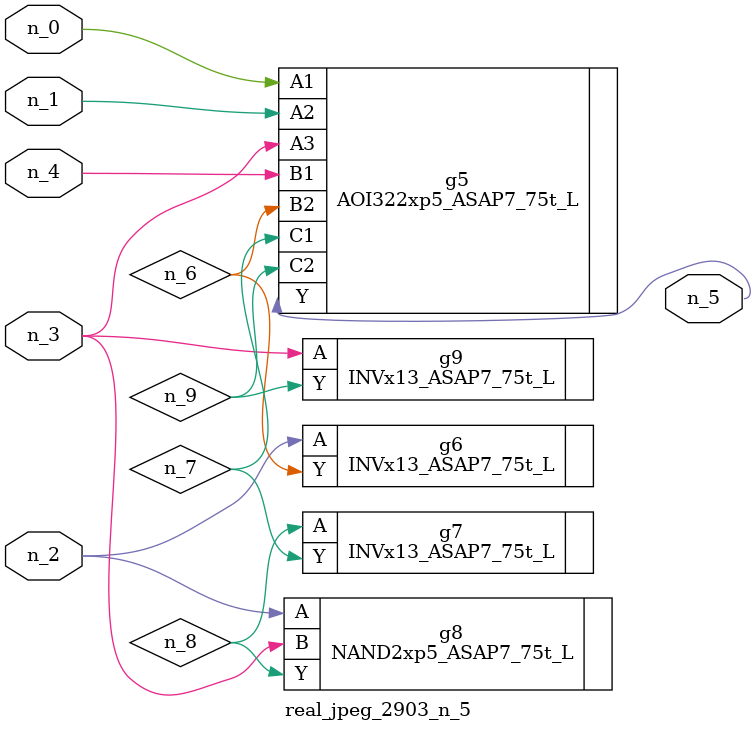
<source format=v>
module real_jpeg_2903_n_5 (n_4, n_0, n_1, n_2, n_3, n_5);

input n_4;
input n_0;
input n_1;
input n_2;
input n_3;

output n_5;

wire n_8;
wire n_6;
wire n_7;
wire n_9;

AOI322xp5_ASAP7_75t_L g5 ( 
.A1(n_0),
.A2(n_1),
.A3(n_3),
.B1(n_4),
.B2(n_6),
.C1(n_7),
.C2(n_9),
.Y(n_5)
);

INVx13_ASAP7_75t_L g6 ( 
.A(n_2),
.Y(n_6)
);

NAND2xp5_ASAP7_75t_L g8 ( 
.A(n_2),
.B(n_3),
.Y(n_8)
);

INVx13_ASAP7_75t_L g9 ( 
.A(n_3),
.Y(n_9)
);

INVx13_ASAP7_75t_L g7 ( 
.A(n_8),
.Y(n_7)
);


endmodule
</source>
